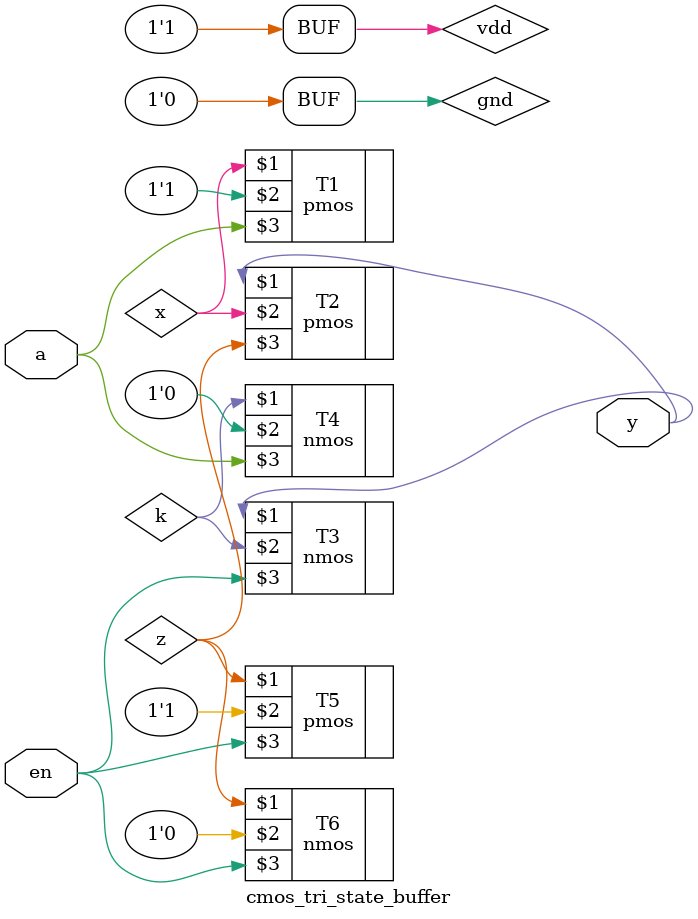
<source format=sv>
`timescale 1ns / 1ns 
module cmos_tri_state_buffer(input a,en, output y);
wire x;
wire k;
wire z;
supply1 vdd;
supply0 gnd;

pmos #(5,6,7) T1(x,vdd,a);
pmos #(5,6,7) T2(y,x,z);
nmos #(3,4,5) T3(y,k,en);
nmos #(3,4,5) T4(k,gnd,a);


pmos #(5,6,7) T5(z,vdd,en);
nmos #(3,4,5) T6(z,gnd,en);

endmodule

</source>
